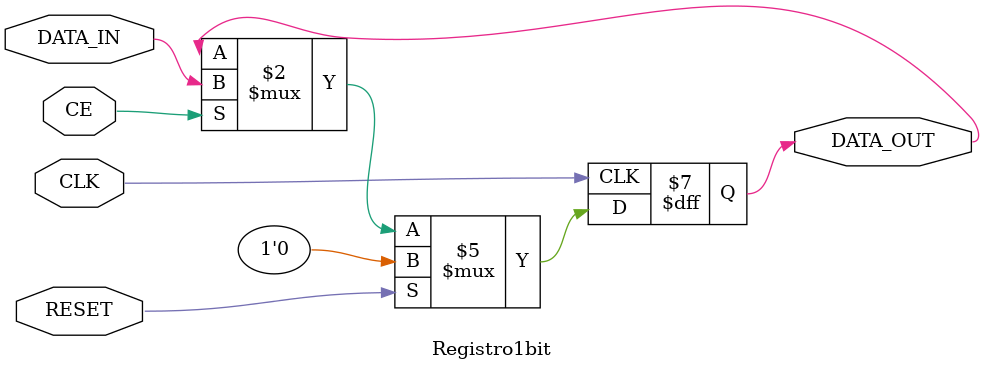
<source format=v>
`timescale 1ns / 1ps


module Registro1bit(
    input DATA_IN,
    input CE,
    input CLK,
    input RESET,
    output reg DATA_OUT
    );
    
    always @ (posedge CLK)
   
      if (RESET) begin
    DATA_OUT <= {1'b0};
  end  else if (CE) begin
    DATA_OUT <= DATA_IN;
  end

endmodule

</source>
